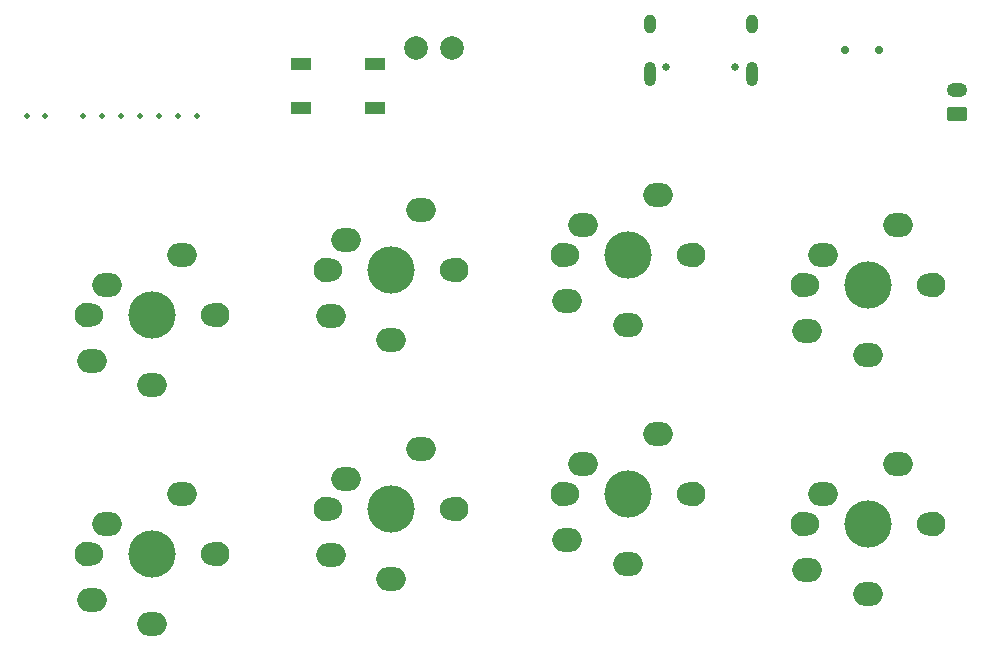
<source format=gbs>
G04 #@! TF.GenerationSoftware,KiCad,Pcbnew,6.0.7-1.fc36*
G04 #@! TF.CreationDate,2022-10-12T21:36:36-05:00*
G04 #@! TF.ProjectId,ardux_mini,61726475-785f-46d6-996e-692e6b696361,rev?*
G04 #@! TF.SameCoordinates,Original*
G04 #@! TF.FileFunction,Soldermask,Bot*
G04 #@! TF.FilePolarity,Negative*
%FSLAX46Y46*%
G04 Gerber Fmt 4.6, Leading zero omitted, Abs format (unit mm)*
G04 Created by KiCad (PCBNEW 6.0.7-1.fc36) date 2022-10-12 21:36:36*
%MOMM*%
%LPD*%
G01*
G04 APERTURE LIST*
G04 Aperture macros list*
%AMRoundRect*
0 Rectangle with rounded corners*
0 $1 Rounding radius*
0 $2 $3 $4 $5 $6 $7 $8 $9 X,Y pos of 4 corners*
0 Add a 4 corners polygon primitive as box body*
4,1,4,$2,$3,$4,$5,$6,$7,$8,$9,$2,$3,0*
0 Add four circle primitives for the rounded corners*
1,1,$1+$1,$2,$3*
1,1,$1+$1,$4,$5*
1,1,$1+$1,$6,$7*
1,1,$1+$1,$8,$9*
0 Add four rect primitives between the rounded corners*
20,1,$1+$1,$2,$3,$4,$5,0*
20,1,$1+$1,$4,$5,$6,$7,0*
20,1,$1+$1,$6,$7,$8,$9,0*
20,1,$1+$1,$8,$9,$2,$3,0*%
G04 Aperture macros list end*
%ADD10RoundRect,0.250000X0.625000X-0.350000X0.625000X0.350000X-0.625000X0.350000X-0.625000X-0.350000X0*%
%ADD11O,1.750000X1.200000*%
%ADD12C,4.000000*%
%ADD13C,2.100000*%
%ADD14C,1.900000*%
%ADD15O,2.500000X2.000000*%
%ADD16C,0.700000*%
%ADD17O,1.000000X1.600000*%
%ADD18O,1.000000X2.100000*%
%ADD19C,0.650000*%
%ADD20C,0.500000*%
%ADD21C,2.000000*%
%ADD22R,1.700000X1.000000*%
G04 APERTURE END LIST*
D10*
X95350000Y-21900000D03*
D11*
X95350000Y-19900000D03*
D12*
X47392974Y-55372000D03*
D13*
X52892974Y-55372000D03*
X41892974Y-55372000D03*
D14*
X52472974Y-55372000D03*
X42312974Y-55372000D03*
D15*
X43582974Y-52832000D03*
X42292974Y-59272000D03*
X49932974Y-50292000D03*
X47392974Y-61272000D03*
D14*
X82667974Y-56642000D03*
D13*
X82247974Y-56642000D03*
X93247974Y-56642000D03*
D12*
X87747974Y-56642000D03*
D14*
X92827974Y-56642000D03*
D15*
X83937974Y-54102000D03*
X82647974Y-60542000D03*
X87747974Y-62542000D03*
X90287974Y-51562000D03*
D13*
X21692974Y-59182000D03*
D14*
X22112974Y-59182000D03*
X32272974Y-59182000D03*
D12*
X27192974Y-59182000D03*
D13*
X32692974Y-59182000D03*
D15*
X22092974Y-63082000D03*
X23382974Y-56642000D03*
X27192974Y-65082000D03*
X29732974Y-54102000D03*
D14*
X62347974Y-54102000D03*
D13*
X61927974Y-54102000D03*
D12*
X67427974Y-54102000D03*
D13*
X72927974Y-54102000D03*
D14*
X72507974Y-54102000D03*
D15*
X63617974Y-51562000D03*
X62327974Y-58002000D03*
X67427974Y-60002000D03*
X69967974Y-49022000D03*
D16*
X85850000Y-16487500D03*
X88750000Y-16487500D03*
D12*
X47392974Y-35172000D03*
D14*
X52472974Y-35172000D03*
X42312974Y-35172000D03*
D13*
X41892974Y-35172000D03*
X52892974Y-35172000D03*
D15*
X43582974Y-32632000D03*
X42292974Y-39072000D03*
X47392974Y-41072000D03*
X49932974Y-30092000D03*
D17*
X69282292Y-14341870D03*
D18*
X69282292Y-18521870D03*
D17*
X77922292Y-14341870D03*
D18*
X77922292Y-18521870D03*
D19*
X76492292Y-17991870D03*
X70712292Y-17991870D03*
D13*
X72927974Y-33902000D03*
X61927974Y-33902000D03*
D12*
X67427974Y-33902000D03*
D14*
X62347974Y-33902000D03*
X72507974Y-33902000D03*
D15*
X62327974Y-37802000D03*
X63617974Y-31362000D03*
X67427974Y-39802000D03*
X69967974Y-28822000D03*
D14*
X92827974Y-36442000D03*
X82667974Y-36442000D03*
D13*
X93247974Y-36442000D03*
X82247974Y-36442000D03*
D12*
X87747974Y-36442000D03*
D15*
X83937974Y-33902000D03*
X82647974Y-40342000D03*
X90287974Y-31362000D03*
X87747974Y-42342000D03*
D13*
X32692974Y-38982000D03*
X21692974Y-38982000D03*
D14*
X22112974Y-38982000D03*
D12*
X27192974Y-38982000D03*
D14*
X32272974Y-38982000D03*
D15*
X22092974Y-42882000D03*
X23382974Y-36442000D03*
X27192974Y-44882000D03*
X29732974Y-33902000D03*
D20*
X18129974Y-22141000D03*
X27739974Y-22141000D03*
X26139974Y-22141000D03*
X22939974Y-22141000D03*
X30939974Y-22141000D03*
X24539974Y-22141000D03*
X21339974Y-22141000D03*
X16539974Y-22141000D03*
X29339974Y-22141000D03*
D21*
X52600000Y-16300000D03*
D22*
X46076000Y-21458000D03*
X39776000Y-21458000D03*
X46076000Y-17658000D03*
X39776000Y-17658000D03*
D21*
X49500000Y-16300000D03*
M02*

</source>
